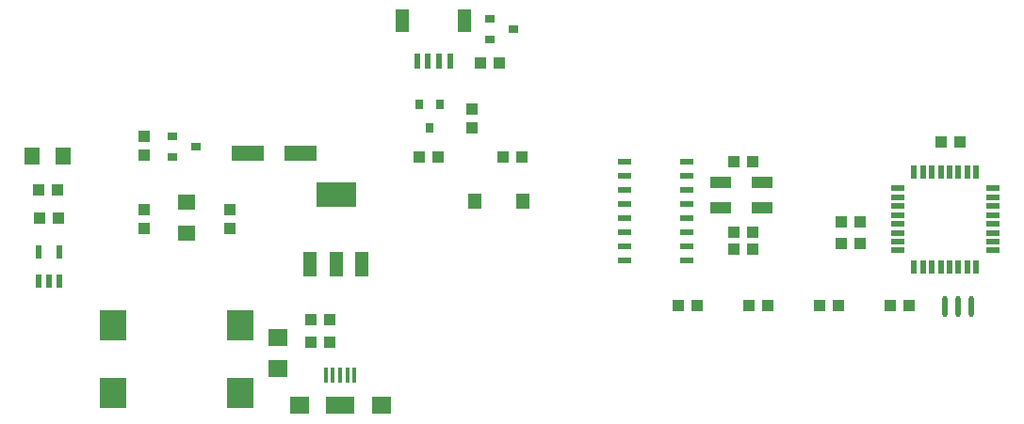
<source format=gtp>
G04 #@! TF.FileFunction,Paste,Top*
%FSLAX46Y46*%
G04 Gerber Fmt 4.6, Leading zero omitted, Abs format (unit mm)*
G04 Created by KiCad (PCBNEW 4.0.7) date 01/19/18 12:17:46*
%MOMM*%
%LPD*%
G01*
G04 APERTURE LIST*
%ADD10C,0.100000*%
%ADD11R,0.398780X1.447800*%
%ADD12R,1.798320X1.498600*%
%ADD13R,2.499360X1.498600*%
%ADD14R,1.099820X0.998220*%
%ADD15R,0.998220X1.099820*%
%ADD16R,1.597660X1.399540*%
%ADD17R,1.399540X1.597660*%
%ADD18R,1.270000X1.468120*%
%ADD19R,1.798320X1.597660*%
%ADD20R,0.899160X0.797560*%
%ADD21R,0.797560X0.899160*%
%ADD22R,1.198880X0.599440*%
%ADD23R,0.548640X1.198880*%
%ADD24R,0.558800X1.270000*%
%ADD25R,1.270000X0.558800*%
%ADD26O,0.449580X1.905000*%
%ADD27R,1.219200X2.235200*%
%ADD28R,3.599180X2.199640*%
%ADD29R,2.397760X2.799080*%
%ADD30R,2.999740X1.399540*%
%ADD31R,0.599440X1.348740*%
%ADD32R,1.198880X1.998980*%
%ADD33R,1.899920X1.099820*%
G04 APERTURE END LIST*
D10*
D11*
X130543300Y-112466120D03*
X129895600Y-112466120D03*
X131841240Y-112466120D03*
X131191000Y-112466120D03*
D12*
X126860300Y-115189000D03*
X134226300Y-115189000D03*
D13*
X130543300Y-115189000D03*
D11*
X129245360Y-112466120D03*
D14*
X186268360Y-91440000D03*
X184571640Y-91440000D03*
D15*
X120650000Y-99273360D03*
X120650000Y-97576640D03*
D16*
X116713000Y-96895920D03*
X116713000Y-99695000D03*
D15*
X112903000Y-97576640D03*
X112903000Y-99273360D03*
D17*
X105664000Y-92710000D03*
X102864920Y-92710000D03*
D14*
X105156000Y-95758000D03*
X103459280Y-95758000D03*
X175595280Y-98679000D03*
X177292000Y-98679000D03*
X167599360Y-99568000D03*
X165902640Y-99568000D03*
X165902640Y-93218000D03*
X167599360Y-93218000D03*
X165902640Y-101092000D03*
X167599360Y-101092000D03*
X105254360Y-98298000D03*
X103557640Y-98298000D03*
D18*
X146928840Y-96774000D03*
X142631160Y-96774000D03*
D19*
X124968000Y-109090460D03*
X124968000Y-111889540D03*
D20*
X115443000Y-90932000D03*
X115443000Y-92831920D03*
X117541040Y-91881960D03*
D21*
X139506960Y-88074500D03*
X137607040Y-88074500D03*
X138557000Y-90172540D03*
D14*
X168996360Y-106172000D03*
X167299640Y-106172000D03*
X160949640Y-106172000D03*
X162646360Y-106172000D03*
X177292000Y-100584000D03*
X175595280Y-100584000D03*
D15*
X112903000Y-90932000D03*
X112903000Y-92628720D03*
D14*
X179999640Y-106172000D03*
X181696360Y-106172000D03*
X175346360Y-106172000D03*
X173649640Y-106172000D03*
X137607040Y-92837000D03*
X139303760Y-92837000D03*
D15*
X142392400Y-90170000D03*
X142392400Y-88473280D03*
D14*
X129626360Y-107442000D03*
X127929640Y-107442000D03*
X127929640Y-109524800D03*
X129626360Y-109524800D03*
D22*
X161676080Y-102108000D03*
X161676080Y-100838000D03*
X161676080Y-99568000D03*
X161676080Y-98298000D03*
X161676080Y-97028000D03*
X161676080Y-95758000D03*
X161676080Y-94488000D03*
X161676080Y-93218000D03*
X156077920Y-93218000D03*
X156077920Y-94488000D03*
X156077920Y-95758000D03*
X156077920Y-97028000D03*
X156077920Y-98298000D03*
X156077920Y-99568000D03*
X156077920Y-100838000D03*
X156077920Y-102108000D03*
D23*
X103418640Y-103964740D03*
X104368600Y-103964740D03*
X105318560Y-103964740D03*
X105318560Y-101368860D03*
X103418640Y-101368860D03*
D24*
X182112920Y-102717600D03*
X182913020Y-102717600D03*
X183713120Y-102717600D03*
X184513220Y-102717600D03*
X185310780Y-102717600D03*
X186110880Y-102717600D03*
X186910980Y-102717600D03*
X187711080Y-102717600D03*
D25*
X189204600Y-101224080D03*
X189204600Y-100423980D03*
X189204600Y-99623880D03*
X189204600Y-98823780D03*
X189204600Y-98026220D03*
X189204600Y-97226120D03*
X189204600Y-96426020D03*
X189204600Y-95625920D03*
D24*
X187711080Y-94132400D03*
X186910980Y-94132400D03*
X186110880Y-94132400D03*
X185310780Y-94132400D03*
X184513220Y-94132400D03*
X183713120Y-94132400D03*
X182913020Y-94132400D03*
X182112920Y-94132400D03*
D25*
X180619400Y-95625920D03*
X180619400Y-96426020D03*
X180619400Y-97226120D03*
X180619400Y-98026220D03*
X180619400Y-98823780D03*
X180619400Y-99623880D03*
X180619400Y-100423980D03*
X180619400Y-101224080D03*
D26*
X184856120Y-106299000D03*
X186055000Y-106299000D03*
X187253880Y-106299000D03*
D27*
X127863600Y-102413800D03*
X130175000Y-102413800D03*
X132486400Y-102413800D03*
D28*
X130175000Y-96216200D03*
D20*
X144035780Y-80330040D03*
X144035780Y-82229960D03*
X146133820Y-81280000D03*
D14*
X145201640Y-92837000D03*
X146898360Y-92837000D03*
X143169640Y-84328000D03*
X144866360Y-84328000D03*
D29*
X121523760Y-114046000D03*
X121523760Y-107947460D03*
X110124240Y-114046000D03*
X110124240Y-107947460D03*
D30*
X127000000Y-92456000D03*
X122204480Y-92456000D03*
D31*
X140436600Y-84201000D03*
X139435840Y-84201000D03*
X138440160Y-84201000D03*
X137439400Y-84201000D03*
D32*
X136138920Y-80528160D03*
X141737080Y-80528160D03*
D33*
X168473120Y-95117920D03*
X164774880Y-95117920D03*
X164774880Y-97414080D03*
X168473120Y-97414080D03*
M02*

</source>
